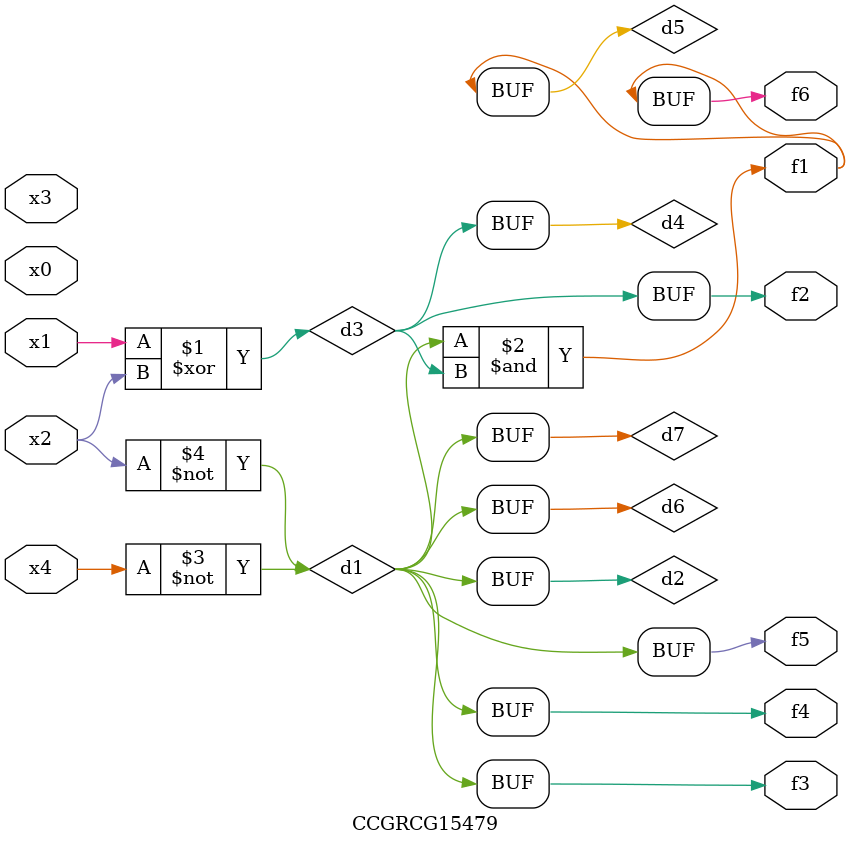
<source format=v>
module CCGRCG15479(
	input x0, x1, x2, x3, x4,
	output f1, f2, f3, f4, f5, f6
);

	wire d1, d2, d3, d4, d5, d6, d7;

	not (d1, x4);
	not (d2, x2);
	xor (d3, x1, x2);
	buf (d4, d3);
	and (d5, d1, d3);
	buf (d6, d1, d2);
	buf (d7, d2);
	assign f1 = d5;
	assign f2 = d4;
	assign f3 = d7;
	assign f4 = d7;
	assign f5 = d7;
	assign f6 = d5;
endmodule

</source>
